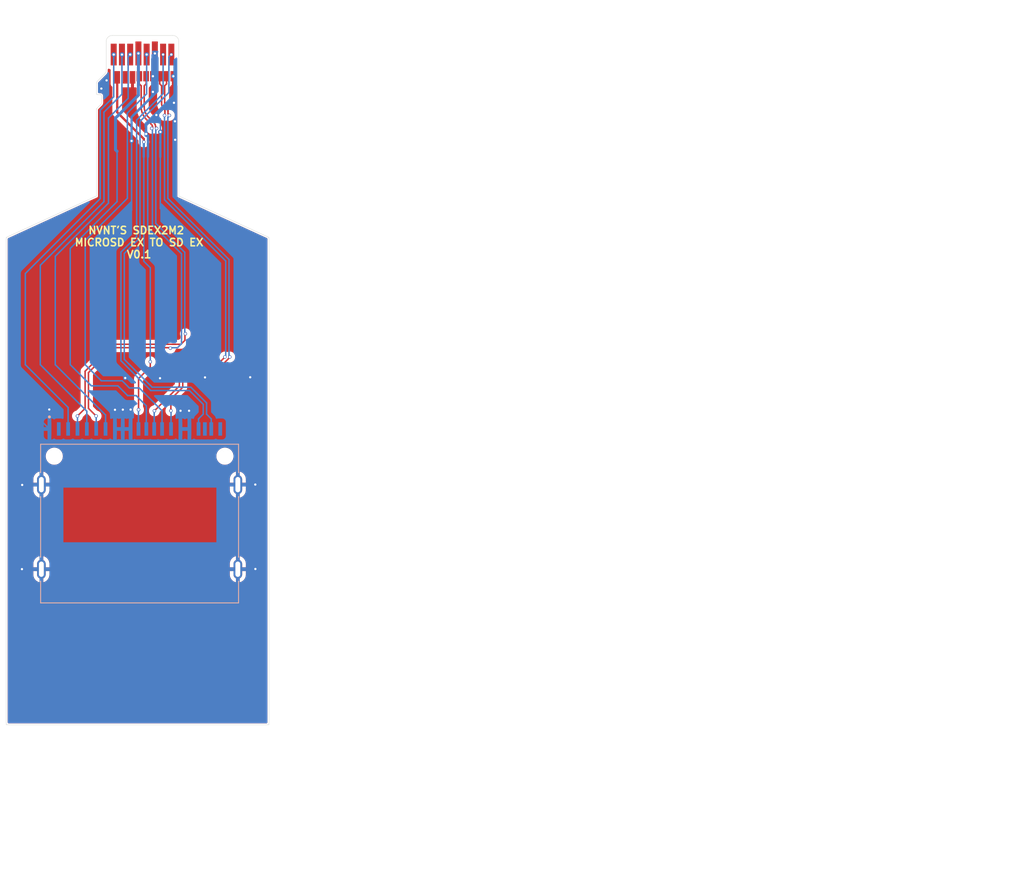
<source format=kicad_pcb>
(kicad_pcb (version 20241229) (generator "pcbnew") (generator_version "9.0")
  (layers (0 "F.Cu" signal) (2 "B.Cu" signal) (13 "F.Paste" user) (15 "B.Paste" user) (5 "F.SilkS" user "F.Silkscreen") (7 "B.SilkS" user "B.Silkscreen") (1 "F.Mask" user) (3 "B.Mask" user) (25 "Edge.Cuts" user))
  (net 0 "")
  (net 1 "/TX+")
  (net 2 "/TX-")
  (net 3 "Net-(J1-3V3)")
  (net 4 "/RX+")
  (net 5 "Net-(J1-1V8)")
  (net 6 "GND")
  (net 7 "/RX-")
  (net 8 "/REFCLK+")
  (net 9 "/REFCLK-")
  (net 10 "/PERST")
  (net 11 "/CLKREQ")
  (net 12 "/CMD")
  (net 13 "/CLK")
  (footprint "m1cha:usdex-male-open_bottom" (layer "F.Cu") (at 141.61 77.96)
    (property "Reference" "J1" (hide yes))
    (property "Value" "SDEX2M2 MicroSD Express to SD Express Adapter")
    (fp_line (start -6.15 6.395685) (end -6.15 7.8) (stroke (width 0.05)) (layer "Edge.Cuts"))
    (fp_line (start -6.15 9.8) (end -6.149999 15) (stroke (width 0.05)) (layer "Edge.Cuts"))
    (fp_line (start -6.05 7.9) (end -5.65 7.9) (stroke (width 0.05)) (layer "Edge.Cuts"))
    (fp_line (start -5.567158 9.217158) (end -6.15 9.8) (stroke (width 0.05)) (layer "Edge.Cuts"))
    (fp_line (start -5.45 8.1) (end -5.45 8.934315) (stroke (width 0.05)) (layer "Edge.Cuts"))
    (fp_line (start -4.967158 5.047158) (end -6.032843 6.112843) (stroke (width 0.05)) (layer "Edge.Cuts"))
    (fp_line (start -4.85 4.764315) (end -4.85 0.8) (stroke (width 0.05)) (layer "Edge.Cuts"))
    (fp_line (start -4.05 0) (end 4.05 0) (stroke (width 0.05)) (layer "Edge.Cuts"))
    (fp_line (start 4.85 0.8) (end 4.85 15) (stroke (width 0.05)) (layer "Edge.Cuts"))
    (fp_arc (start -6.15 6.395685) (mid -6.119552 6.242612) (end -6.032843 6.112843) (stroke (width 0.05)) (layer "Edge.Cuts"))
    (fp_arc (start -6.05 7.9) (mid -6.120711 7.870711) (end -6.15 7.8) (stroke (width 0.05)) (layer "Edge.Cuts"))
    (fp_arc (start -5.65 7.9) (mid -5.508579 7.958579) (end -5.45 8.1) (stroke (width 0.05)) (layer "Edge.Cuts"))
    (fp_arc (start -5.45 8.934315) (mid -5.480448 9.087389) (end -5.567158 9.217158) (stroke (width 0.05)) (layer "Edge.Cuts"))
    (fp_arc (start -4.85 0.8) (mid -4.615685 0.234315) (end -4.05 0) (stroke (width 0.05)) (layer "Edge.Cuts"))
    (fp_arc (start -4.85 4.764315) (mid -4.880448 4.917389) (end -4.967158 5.047158) (stroke (width 0.05)) (layer "Edge.Cuts"))
    (fp_arc (start 4.05 0) (mid 4.615685 0.234315) (end 4.85 0.8) (stroke (width 0.05)) (layer "Edge.Cuts"))
    (pad "1" smd rect (at -3.85 2.55) (size 0.8 2.9) (layers "F.Cu" "F.Mask" "F.Paste") (net 11 "/CLKREQ"))
    (pad "2" smd rect (at -2.75 2.55) (size 0.8 2.9) (layers "F.Cu" "F.Mask" "F.Paste") (net 10 "/PERST"))
    (pad "3" smd rect (at -1.65 2.55) (size 0.8 2.9) (layers "F.Cu" "F.Mask" "F.Paste") (net 12 "/CMD"))
    (pad "4" smd rect (at -0.55 2.4) (size 0.8 3.2) (layers "F.Cu" "F.Mask" "F.Paste") (net 3 "Net-(J1-3V3)"))
    (pad "5" smd rect (at 0.55 2.55) (size 0.8 2.9) (layers "F.Cu" "F.Mask" "F.Paste") (net 13 "/CLK"))
    (pad "6" smd rect (at 1.65 2.4) (size 0.8 3.2) (layers "F.Cu" "F.Mask" "F.Paste") (net 6 "GND"))
    (pad "7" smd rect (at 2.75 2.55) (size 0.8 2.9) (layers "F.Cu" "F.Mask" "F.Paste") (net 8 "/REFCLK+"))
    (pad "8" smd rect (at 3.85 2.55) (size 0.8 2.9) (layers "F.Cu" "F.Mask" "F.Paste") (net 9 "/REFCLK-"))
    (pad "9" smd rect (at -3.38 5.595) (size 0.76 1.67) (layers "F.Cu" "F.Mask" "F.Paste") (net 5 "Net-(J1-1V8)"))
    (pad "10" smd rect (at -1.34 5.595) (size 0.76 1.67) (layers "F.Cu" "F.Mask" "F.Paste") (net 6 "GND"))
    (pad "11" smd rect (at -0.43 5.445) (size 0.76 1.37) (layers "F.Cu" "F.Mask" "F.Paste") (net 1 "/TX+"))
    (pad "12" smd rect (at 0.48 5.445) (size 0.76 1.37) (layers "F.Cu" "F.Mask" "F.Paste") (net 2 "/TX-"))
    (pad "13" smd rect (at 1.39 5.445) (size 0.76 1.37) (layers "F.Cu" "F.Mask" "F.Paste") (net 6 "GND"))
    (pad "14" smd rect (at 2.3 5.445) (size 0.76 1.37) (layers "F.Cu" "F.Mask" "F.Paste") (net 7 "/RX-"))
    (pad "15" smd rect (at 3.21 5.445) (size 0.76 1.37) (layers "F.Cu" "F.Mask" "F.Paste") (net 4 "/RX+"))
    (pad "16" smd rect (at 4.12 5.445) (size 0.76 1.37) (layers "F.Cu" "F.Mask" "F.Paste") (net 6 "GND"))
    (pad "17" smd rect (at -2.25 5.595) (size 0.76 1.67) (layers "F.Cu" "F.Mask" "F.Paste"))
  )
  (footprint "GSD2100407THR:AMPHENOL_GSD2100407THR" (layer "B.Cu") (at 141.22 134.18 180)
    (property "Reference" "J2" (hide yes))
    (property "Value" "GSD2100407THR")
    (fp_line (start 13.225 1.6) (end 13.225 -2.201) (stroke (width 0.127)) (layer "B.SilkS"))
    (fp_line (start 13.225 -13.501) (end 13.225 -5.399) (stroke (width 0.127)) (layer "B.SilkS"))
    (fp_line (start 13.225 -19.6) (end 13.225 -16.699) (stroke (width 0.127)) (layer "B.SilkS"))
    (fp_line (start -13.225 1.6) (end 13.225 1.6) (stroke (width 0.127)) (layer "B.SilkS"))
    (fp_line (start -13.225 -2.201) (end -13.225 1.6) (stroke (width 0.127)) (layer "B.SilkS"))
    (fp_line (start -13.225 -5.399) (end -13.225 -13.501) (stroke (width 0.127)) (layer "B.SilkS"))
    (fp_line (start -13.225 -16.699) (end -13.225 -19.6) (stroke (width 0.127)) (layer "B.SilkS"))
    (fp_line (start -13.225 -19.6) (end 13.225 -19.6) (stroke (width 0.127)) (layer "B.SilkS"))
    (fp_circle (center 12.05 5.25) (end 12.15 5.25) (stroke (width 0.2)) (fill no) (layer "B.SilkS"))
    (pad "" np_thru_hole circle (at -11.4 0 180) (size 1.8 1.8) (drill 1.8) (layers "*.Cu" "*.Mask"))
    (pad "" np_thru_hole circle (at 11.4 0 180) (size 1.8 1.8) (drill 1.8) (layers "*.Cu" "*.Mask"))
    (pad "1" smd rect (at 12.05 3.64 180) (size 0.5 1.8) (layers "B.Cu" "B.Mask" "B.Paste") (net 6 "GND"))
    (pad "2" smd rect (at 10.8 3.64 180) (size 0.5 1.8) (layers "B.Cu" "B.Mask" "B.Paste"))
    (pad "3" smd rect (at 9.55 3.64 180) (size 0.5 1.8) (layers "B.Cu" "B.Mask" "B.Paste") (net 11 "/CLKREQ"))
    (pad "4" smd rect (at 8.3 3.64 180) (size 0.5 1.8) (layers "B.Cu" "B.Mask" "B.Paste") (net 2 "/TX-"))
    (pad "5" smd rect (at 7.05 3.64 180) (size 0.5 1.8) (layers "B.Cu" "B.Mask" "B.Paste") (net 10 "/PERST"))
    (pad "6" smd rect (at 5.8 3.64 180) (size 0.5 1.8) (layers "B.Cu" "B.Mask" "B.Paste") (net 1 "/TX+"))
    (pad "7" smd rect (at 4.55 3.64 180) (size 0.5 1.8) (layers "B.Cu" "B.Mask" "B.Paste") (net 12 "/CMD"))
    (pad "8" smd rect (at 3.3 3.64 180) (size 0.5 1.8) (layers "B.Cu" "B.Mask" "B.Paste") (net 6 "GND"))
    (pad "9" smd rect (at 2.25 3.64 180) (size 0.5 1.8) (layers "B.Cu" "B.Mask" "B.Paste") (net 6 "GND"))
    (pad "10" smd rect (at 1.2 3.64 180) (size 0.5 1.8) (layers "B.Cu" "B.Mask" "B.Paste") (net 6 "GND"))
    (pad "11" smd rect (at 0.15 3.64 180) (size 0.5 1.8) (layers "B.Cu" "B.Mask" "B.Paste") (net 5 "Net-(J1-1V8)"))
    (pad "12" smd rect (at -0.9 3.64 180) (size 0.5 1.8) (layers "B.Cu" "B.Mask" "B.Paste") (net 3 "Net-(J1-3V3)"))
    (pad "13" smd rect (at -1.95 3.64 180) (size 0.5 1.8) (layers "B.Cu" "B.Mask" "B.Paste") (net 7 "/RX-"))
    (pad "14" smd rect (at -3 3.64 180) (size 0.5 1.8) (layers "B.Cu" "B.Mask" "B.Paste") (net 13 "/CLK"))
    (pad "15" smd rect (at -4.2 3.64 180) (size 0.5 1.8) (layers "B.Cu" "B.Mask" "B.Paste") (net 4 "/RX+"))
    (pad "16" smd rect (at -5.45 3.64 180) (size 0.5 1.8) (layers "B.Cu" "B.Mask" "B.Paste") (net 6 "GND"))
    (pad "17" smd rect (at -6.65 3.64 180) (size 0.5 1.8) (layers "B.Cu" "B.Mask" "B.Paste") (net 6 "GND"))
    (pad "18" smd rect (at -7.875 3.64 180) (size 0.5 1.8) (layers "B.Cu" "B.Mask" "B.Paste") (net 8 "/REFCLK+"))
    (pad "19" smd rect (at -8.725 3.64 180) (size 0.5 1.8) (layers "B.Cu" "B.Mask" "B.Paste"))
    (pad "20" smd rect (at -9.575 3.64 180) (size 0.5 1.8) (layers "B.Cu" "B.Mask" "B.Paste") (net 9 "/REFCLK-"))
    (pad "21" smd rect (at -10.775 3.64 180) (size 0.5 1.8) (layers "B.Cu" "B.Mask" "B.Paste"))
    (pad "GND1" thru_hole oval (at -13.125 -3.8 180) (size 1.158 2.558) (drill oval 0.65 2.05) (layers "*.Cu" "*.Mask") (net 6 "GND"))
    (pad "GND2" thru_hole oval (at 13.125 -3.8 180) (size 1.158 2.558) (drill oval 0.65 2.05) (layers "*.Cu" "*.Mask") (net 6 "GND"))
    (pad "GND3" thru_hole oval (at -13.125 -15.1 180) (size 1.158 2.558) (drill oval 0.65 2.05) (layers "*.Cu" "*.Mask") (net 6 "GND"))
    (pad "GND4" thru_hole oval (at 13.125 -15.1 180) (size 1.158 2.558) (drill oval 0.65 2.05) (layers "*.Cu" "*.Mask") (net 6 "GND"))
    (zone (net 0) (net_name "") (layer "B.Cu") (connect_pads (clearance 0)) (min_thickness 0.01)
      (keepout (tracks not_allowed) (vias not_allowed) (pads not_allowed) (copperpour not_allowed) (footprints allowed))
      (fill (thermal_gap 0.508) (thermal_bridge_width 0.508))
      (polygon (pts (xy 151.48 138.38) (xy 131.04 138.38) (xy 131.04 145.68) (xy 151.48 145.68)))
    )
  )
  (gr_line (start 146.46 99.415985) (end 146.46 92.96) (stroke (width 0.05)) (layer "Edge.Cuts"))
  (gr_line (start 123.4 170.07) (end 158.5 170.07) (stroke (width 0.05)) (layer "Edge.Cuts"))
  (gr_line (start 158.5 104.95) (end 158.5 170.07) (stroke (width 0.05)) (layer "Edge.Cuts"))
  (gr_line (start 123.402514 104.95) (end 135.46 99.415985) (stroke (width 0.05)) (layer "Edge.Cuts"))
  (gr_line (start 146.46 99.415985) (end 158.5 104.95) (stroke (width 0.05)) (layer "Edge.Cuts"))
  (gr_line (start 123.402514 104.95) (end 123.4 170.07) (stroke (width 0.05)) (layer "Edge.Cuts"))
  (gr_line (start 135.46 92.96) (end 135.46 99.415985) (stroke (width 0.05)) (layer "Edge.Cuts"))
  (gr_text "NVNT'S SDEX2M2 \nMICROSD EX TO SD EX\nV0.1" (at 141.15 107.81 0) (layer "F.SilkS") (effects (font (size 1 1) (thickness 0.2) (bold yes)) (justify bottom)))
  (segment (start 134.38831 123.009888) (end 137.723198 119.675) (width 0.2) (layer "F.Cu") (net 1))
  (segment (start 142.809336 89.858142) (end 142.136197 89.185003) (width 0.205232) (layer "F.Cu") (net 1))
  (segment (start 134.38831 127.78831) (end 134.38831 123.009888) (width 0.2) (layer "F.Cu") (net 1))
  (segment (start 135.41 128.81) (end 134.38831 127.78831) (width 0.2) (layer "F.Cu") (net 1))
  (segment (start 141.18 84.432501) (end 141.18 83.405) (width 0.205232) (layer "F.Cu") (net 1))
  (segment (start 142.955783 90.257617) (end 142.955783 90.211696) (width 0.205232) (layer "F.Cu") (net 1))
  (segment (start 145.255 119.675) (end 145.33 119.75) (width 0.2) (layer "F.Cu") (net 1))
  (segment (start 137.723198 119.675) (end 145.255 119.675) (width 0.2) (layer "F.Cu") (net 1))
  (segment (start 141.430784 84.683285) (end 141.18 84.432501) (width 0.205232) (layer "F.Cu") (net 1))
  (segment (start 142.8334 90.38) (end 142.955783 90.257617) (width 0.205232) (layer "F.Cu") (net 1))
  (segment (start 141.430784 87.481985) (end 141.430784 84.683285) (width 0.205232) (layer "F.Cu") (net 1))
  (via (at 135.41 128.81) (size 0.45) (drill 0.3) (layers "F.Cu" "B.Cu") (net 1))
  (via (at 145.33 119.75) (size 0.45) (drill 0.3) (layers "F.Cu" "B.Cu") (net 1))
  (via (at 142.8334 90.38) (size 0.45) (drill 0.3) (layers "F.Cu" "B.Cu") (net 1))
  (arc (start 142.955783 90.211696) (mid 142.917723 90.020354) (end 142.809336 89.858142) (width 0.205232) (layer "F.Cu") (net 1))
  (arc (start 141.430784 87.481985) (mid 141.614115 88.403652) (end 142.136197 89.185003) (width 0.205232) (layer "F.Cu") (net 1))
  (segment (start 146.288521 119.68) (end 146.82 119.148521) (width 0.2) (layer "B.Cu") (net 1))
  (segment (start 135.42 130.54) (end 135.42 128.82) (width 0.2) (layer "B.Cu") (net 1))
  (segment (start 145.4 119.68) (end 146.288521 119.68) (width 0.2) (layer "B.Cu") (net 1))
  (segment (start 146.82 107.138198) (end 142.932384 103.250582) (width 0.2) (layer "B.Cu") (net 1))
  (segment (start 146.82 119.148521) (end 146.82 107.138198) (width 0.2) (layer "B.Cu") (net 1))
  (segment (start 142.932384 103.250582) (end 142.932384 90.478984) (width 0.2) (layer "B.Cu") (net 1))
  (segment (start 142.932384 90.478984) (end 142.8334 90.38) (width 0.2) (layer "B.Cu") (net 1))
  (segment (start 145.33 119.75) (end 145.4 119.68) (width 0.2) (layer "B.Cu") (net 1))
  (segment (start 135.42 128.82) (end 135.41 128.81) (width 0.2) (layer "B.Cu") (net 1))
  (segment (start 143.4866 90.38) (end 143.364217 90.257617) (width 0.205232) (layer "F.Cu") (net 2))
  (segment (start 143.364217 90.257617) (end 143.364217 90.211696) (width 0.205232) (layer "F.Cu") (net 2))
  (segment (start 137.536802 119.225) (end 146.745 119.225) (width 0.2) (layer "F.Cu") (net 2))
  (segment (start 132.914892 128.811727) (end 133.938308 127.78831) (width 0.2) (layer "F.Cu") (net 2))
  (segment (start 142.09 84.432501) (end 142.09 83.405) (width 0.205232) (layer "F.Cu") (net 2))
  (segment (start 141.839216 87.481983) (end 141.839216 84.683285) (width 0.205232) (layer "F.Cu") (net 2))
  (segment (start 143.098143 89.569337) (end 142.425002 88.896196) (width 0.205232) (layer "F.Cu") (net 2))
  (segment (start 147.28 118.69) (end 147.28 117.879991) (width 0.2) (layer "F.Cu") (net 2))
  (segment (start 146.745 119.225) (end 147.28 118.69) (width 0.2) (layer "F.Cu") (net 2))
  (segment (start 141.839216 84.683285) (end 142.09 84.432501) (width 0.205232) (layer "F.Cu") (net 2))
  (segment (start 133.938308 122.823494) (end 137.536802 119.225) (width 0.2) (layer "F.Cu") (net 2))
  (segment (start 133.938308 127.78831) (end 133.938308 122.823494) (width 0.2) (layer "F.Cu") (net 2))
  (segment (start 147.28 117.879991) (end 147.340446 117.819545) (width 0.2) (layer "F.Cu") (net 2))
  (via (at 132.914892 128.811727) (size 0.45) (drill 0.3) (layers "F.Cu" "B.Cu") (net 2))
  (via (at 143.4866 90.38) (size 0.45) (drill 0.3) (layers "F.Cu" "B.Cu") (net 2))
  (via (at 147.340446 117.819545) (size 0.45) (drill 0.3) (layers "F.Cu" "B.Cu") (net 2))
  (arc (start 142.425002 88.896196) (mid 141.991457 88.24735) (end 141.839216 87.481983) (width 0.205232) (layer "F.Cu") (net 2))
  (arc (start 143.098143 89.569337) (mid 143.295067 89.864054) (end 143.364217 90.211696) (width 0.205232) (layer "F.Cu") (net 2))
  (segment (start 147.26 117.739099) (end 147.340446 117.819545) (width 0.2) (layer "B.Cu") (net 2))
  (segment (start 143.387616 103.069418) (end 147.199554 106.881356) (width 0.2) (layer "B.Cu") (net 2))
  (segment (start 132.92 128.816835) (end 132.914892 128.811727) (width 0.2) (layer "B.Cu") (net 2))
  (segment (start 143.4866 90.38) (end 143.387616 90.478984) (width 0.2) (layer "B.Cu") (net 2))
  (segment (start 147.340446 117.819545) (end 147.340446 117.891447) (width 0.2) (layer "B.Cu") (net 2))
  (segment (start 143.387616 90.478984) (end 143.387616 103.069418) (width 0.2) (layer "B.Cu") (net 2))
  (segment (start 147.199554 106.881356) (end 147.26 106.941802) (width 0.2) (layer "B.Cu") (net 2))
  (segment (start 147.26 106.941802) (end 147.26 117.739099) (width 0.2) (layer "B.Cu") (net 2))
  (segment (start 132.92 130.54) (end 132.92 128.816835) (width 0.2) (layer "B.Cu") (net 2))
  (via (at 141.06 80.36) (size 0.6) (drill 0.3) (layers "F.Cu" "B.Cu") (net 3))
  (segment (start 131.95 121.95) (end 134.73 124.73) (width 0.2) (layer "B.Cu") (net 3))
  (segment (start 138 93.23) (end 138.21 93.44) (width 0.4) (layer "B.Cu") (net 3))
  (segment (start 138 89) (end 138 93.23) (width 0.4) (layer "B.Cu") (net 3))
  (segment (start 140.75 126.08) (end 142.12 127.45) (width 0.2) (layer "B.Cu") (net 3))
  (segment (start 141.06 80.36) (end 141.06 85.94) (width 0.4) (layer "B.Cu") (net 3))
  (segment (start 142.12 127.45) (end 142.12 130.54) (width 0.2) (layer "B.Cu") (net 3))
  (segment (start 138.21 100.16) (end 131.95 106.42) (width 0.2) (layer "B.Cu") (net 3))
  (segment (start 131.95 106.42) (end 131.95 121.95) (width 0.2) (layer "B.Cu") (net 3))
  (segment (start 138.21 93.44) (end 138.21 100.16) (width 0.2) (layer "B.Cu") (net 3))
  (segment (start 138.32 124.78) (end 139.62 126.08) (width 0.2) (layer "B.Cu") (net 3))
  (segment (start 141.06 85.94) (end 138 89) (width 0.4) (layer "B.Cu") (net 3))
  (segment (start 134.78 124.78) (end 138.32 124.78) (width 0.2) (layer "B.Cu") (net 3))
  (segment (start 139.62 126.08) (end 140.75 126.08) (width 0.2) (layer "B.Cu") (net 3))
  (segment (start 134.73 124.73) (end 134.78 124.78) (width 0.2) (layer "B.Cu") (net 3))
  (segment (start 145.2032 88.64) (end 145.053616 88.490416) (width 0.205232) (layer "F.Cu") (net 4))
  (segment (start 145.014217 88.391996) (end 145.014217 88.071696) (width 0.205232) (layer "F.Cu") (net 4))
  (segment (start 145.014217 88.071696) (end 145.012437 87.982399) (width 0.205232) (layer "F.Cu") (net 4))
  (segment (start 144.569216 87.043303) (end 144.569216 84.683285) (width 0.205232) (layer "F.Cu") (net 4))
  (segment (start 144.570679 87.108936) (end 144.569216 87.043303) (width 0.205232) (layer "F.Cu") (net 4))
  (segment (start 146.985 123.069069) (end 147.409069 122.645) (width 0.2) (layer "F.Cu") (net 4))
  (segment (start 145.4 128.11) (end 145.4 126.556397) (width 0.2) (layer "F.Cu") (net 4))
  (segment (start 153.27 120.975321) (end 153.27 120.92) (width 0.2) (layer "F.Cu") (net 4))
  (segment (start 145.4 126.556397) (end 146.985 124.971397) (width 0.2) (layer "F.Cu") (net 4))
  (segment (start 144.569216 84.683285) (end 144.82 84.432501) (width 0.205232) (layer "F.Cu") (net 4))
  (segment (start 147.409069 122.645) (end 151.600321 122.645) (width 0.2) (layer "F.Cu") (net 4))
  (segment (start 146.985 124.971397) (end 146.985 123.069069) (width 0.2) (layer "F.Cu") (net 4))
  (segment (start 144.748143 87.429337) (end 144.715662 87.396856) (width 0.205232) (layer "F.Cu") (net 4))
  (segment (start 144.82 84.432501) (end 144.82 83.405) (width 0.205232) (layer "F.Cu") (net 4))
  (segment (start 145.012437 87.982399) (end 144.977593 87.807236) (width 0.205232) (layer "F.Cu") (net 4))
  (segment (start 144.604655 87.23573) (end 144.570679 87.108936) (width 0.205232) (layer "F.Cu") (net 4))
  (segment (start 144.977593 87.807236) (end 144.909247 87.642237) (width 0.205232) (layer "F.Cu") (net 4))
  (segment (start 145.053616 88.431395) (end 145.014217 88.391996) (width 0.205232) (layer "F.Cu") (net 4))
  (segment (start 151.600321 122.645) (end 153.27 120.975321) (width 0.2) (layer "F.Cu") (net 4))
  (segment (start 144.67029 87.349408) (end 144.604655 87.23573) (width 0.205232) (layer "F.Cu") (net 4))
  (segment (start 144.715662 87.396856) (end 144.67029 87.349408) (width 0.205232) (layer "F.Cu") (net 4))
  (segment (start 144.810023 87.493743) (end 144.748143 87.429337) (width 0.205232) (layer "F.Cu") (net 4))
  (segment (start 145.053616 88.490416) (end 145.053616 88.431395) (width 0.205232) (layer "F.Cu") (net 4))
  (segment (start 144.909247 87.642237) (end 144.810023 87.493743) (width 0.205232) (layer "F.Cu") (net 4))
  (via (at 145.2032 88.64) (size 0.45) (drill 0.3) (layers "F.Cu" "B.Cu") (net 4))
  (via (at 153.27 120.92) (size 0.45) (drill 0.3) (layers "F.Cu" "B.Cu") (net 4))
  (via (at 145.4 128.11) (size 0.45) (drill 0.3) (layers "F.Cu" "B.Cu") (net 4))
  (segment (start 145.051 88.847521) (end 145.000001 88.89852) (width 0.2) (layer "B.Cu") (net 4))
  (segment (start 145.000001 88.89852) (end 145.000001 99.731803) (width 0.2) (layer "B.Cu") (net 4))
  (segment (start 145.42 130.54) (end 145.42 128.13) (width 0.2) (layer "B.Cu") (net 4))
  (segment (start 145.000001 99.731803) (end 153.168401 107.900203) (width 0.2) (layer "B.Cu") (net 4))
  (segment (start 153.168401 120.818401) (end 153.27 120.92) (width 0.2) (layer "B.Cu") (net 4))
  (segment (start 145.2032 88.64) (end 145.051 88.7922) (width 0.2) (layer "B.Cu") (net 4))
  (segment (start 145.42 128.13) (end 145.4 128.11) (width 0.2) (layer "B.Cu") (net 4))
  (segment (start 145.051 88.7922) (end 145.051 88.847521) (width 0.2) (layer "B.Cu") (net 4))
  (segment (start 153.168401 107.900203) (end 153.168401 120.818401) (width 0.2) (layer "B.Cu") (net 4))
  (segment (start 142.65 121.56) (end 142.65 122.24) (width 0.2) (layer "F.Cu") (net 5))
  (segment (start 142.65 122.24) (end 141.08 123.81) (width 0.2) (layer "F.Cu") (net 5))
  (segment (start 141.785 91.785) (end 138.23 88.23) (width 0.3) (layer "F.Cu") (net 5))
  (segment (start 138.23 88.23) (end 138.23 83.555) (width 0.3) (layer "F.Cu") (net 5))
  (segment (start 141.785 92.19) (end 141.785 91.785) (width 0.3) (layer "F.Cu") (net 5))
  (segment (start 141.08 123.81) (end 141.08 127.97) (width 0.2) (layer "F.Cu") (net 5))
  (via (at 141.785 92.19) (size 0.45) (drill 0.3) (layers "F.Cu" "B.Cu") (net 5))
  (via (at 141.08 127.97) (size 0.45) (drill 0.3) (layers "F.Cu" "B.Cu") (net 5))
  (via (at 142.65 121.56) (size 0.45) (drill 0.3) (layers "F.Cu" "B.Cu") (net 5))
  (segment (start 142.65 109) (end 141.785 108.135) (width 0.2) (layer "B.Cu") (net 5))
  (segment (start 141.07 130.54) (end 141.07 127.98) (width 0.2) (layer "B.Cu") (net 5))
  (segment (start 141.785 92.19) (end 141.785 94.185) (width 0.3) (layer "B.Cu") (net 5))
  (segment (start 141.07 127.98) (end 141.08 127.97) (width 0.2) (layer "B.Cu") (net 5))
  (segment (start 142.65 121.56) (end 142.65 109) (width 0.2) (layer "B.Cu") (net 5))
  (segment (start 141.07 130.54) (end 141.07 131.19) (width 0.2) (layer "B.Cu") (net 5))
  (segment (start 141.785 108.135) (end 141.785 94.185) (width 0.2) (layer "B.Cu") (net 5))
  (segment (start 140.27 83.555) (end 140.27 85.52) (width 0.4) (layer "F.Cu") (net 6))
  (segment (start 143 83.4025) (end 143 85.3375) (width 0.4) (layer "F.Cu") (net 6))
  (segment (start 145.73 83.405) (end 145.73 84.91) (width 0.4) (layer "F.Cu") (net 6))
  (via (at 136.81 83.96) (size 0.6) (drill 0.3) (layers "F.Cu" "B.Cu") (net 6))
  (via (at 142.1 91.12) (size 0.45) (drill 0.3) (layers "F.Cu" "B.Cu") (net 6))
  (via (at 156.69 149.25) (size 0.6) (drill 0.3) (layers "F.Cu" "B.Cu") (net 6))
  (via (at 129.15 127.94) (size 0.6) (drill 0.3) (layers "F.Cu" "B.Cu") (net 6))
  (via (at 156.68 137.97) (size 0.6) (drill 0.3) (layers "F.Cu" "B.Cu") (net 6))
  (via (at 143 85.5) (size 0.6) (drill 0.3) (layers "F.Cu" "B.Cu") (net 6))
  (via (at 145.94 89.43) (size 0.45) (drill 0.3) (layers "F.Cu" "B.Cu") (net 6))
  (via (at 143.46 88.59) (size 0.45) (drill 0.3) (layers "F.Cu" "B.Cu") (net 6))
  (via (at 136.11 85.06) (size 0.6) (drill 0.3) (layers "F.Cu" "B.Cu") (net 6))
  (via (at 139.3 123.73) (size 0.6) (drill 0.3) (layers "F.Cu" "B.Cu") (net 6))
  (via (at 145.81 86.96) (size 0.45) (drill 0.3) (layers "F.Cu" "B.Cu") (net 6))
  (via (at 146.69 128.11) (size 0.6) (drill 0.3) (layers "F.Cu" "B.Cu") (net 6))
  (via (at 156 123.63) (size 0.6) (drill 0.3) (layers "F.Cu" "B.Cu") (net 6))
  (via (at 143 83.405) (size 0.6) (drill 0.3) (layers "F.Cu" "B.Cu") (net 6))
  (via (at 143.95 123.76) (size 0.6) (drill 0.3) (layers "F.Cu" "B.Cu") (net 6))
  (via (at 144.002007 90.853667) (size 0.6) (drill 0.3) (layers "F.Cu" "B.Cu") (net 6))
  (via (at 143.26 80.36) (size 0.6) (drill 0.3) (layers "F.Cu" "B.Cu") (net 6))
  (via (at 149.96 123.65) (size 0.6) (drill 0.3) (layers "F.Cu" "B.Cu") (net 6))
  (via (at 147.83 128.11) (size 0.6) (drill 0.3) (layers "F.Cu" "B.Cu") (net 6))
  (via (at 125.53 138.02) (size 0.6) (drill 0.3) (layers "F.Cu" "B.Cu") (net 6))
  (via (at 140.02 127.95) (size 0.6) (drill 0.3) (layers "F.Cu" "B.Cu") (net 6))
  (via (at 125.5 149.27) (size 0.6) (drill 0.3) (layers "F.Cu" "B.Cu") (net 6))
  (via (at 137.93 127.98) (size 0.6) (drill 0.3) (layers "F.Cu" "B.Cu") (net 6))
  (via (at 145.73 83.405) (size 0.6) (drill 0.3) (layers "F.Cu" "B.Cu") (net 6))
  (via (at 138.98 127.96) (size 0.6) (drill 0.3) (layers "F.Cu" "B.Cu") (net 6))
  (via (at 145.97 91.9) (size 0.45) (drill 0.3) (layers "F.Cu" "B.Cu") (net 6))
  (via (at 140.15 92.05) (size 0.6) (drill 0.3) (layers "F.Cu" "B.Cu") (net 6))
  (segment (start 128.095 137.98) (end 125.57 137.98) (width 0.2) (layer "B.Cu") (net 6))
  (segment (start 143.95 105.55) (end 143.95 123.74) (width 0.2) (layer "B.Cu") (net 6))
  (segment (start 149.95 107.05) (end 149.95 123.64) (width 0.2) (layer "B.Cu") (net 6))
  (segment (start 143.46 88.59) (end 144.002007 89.132007) (width 0.2) (layer "B.Cu") (net 6))
  (segment (start 143.37 88.59) (end 143.46 88.59) (width 0.2) (layer "B.Cu") (net 6))
  (segment (start 142.335 94.185) (end 142.31 94.21) (width 0.2) (layer "B.Cu") (net 6))
  (segment (start 128.26 129.63) (end 128.26 128.83) (width 0.2) (layer "B.Cu") (net 6))
  (segment (start 129.17 130.54) (end 128.26 129.63) (width 0.2) (layer "B.Cu") (net 6))
  (segment (start 140.15 101.3) (end 140.15 92.05) (width 0.2) (layer "B.Cu") (net 6))
  (segment (start 146.67 128.13) (end 146.69 128.11) (width 0.2) (layer "B.Cu") (net 6))
  (segment (start 146.67 130.54) (end 146.67 128.13) (width 0.2) (layer "B.Cu") (net 6))
  (segment (start 143 84.5) (end 143 85.34) (width 0.4) (layer "B.Cu") (net 6))
  (segment (start 142.335 94.185) (end 142.335 91.355) (width 0.3) (layer "B.Cu") (net 6))
  (segment (start 143.985 94.185) (end 143.985 92.285) (width 0.3) (layer "B.Cu") (net 6))
  (segment (start 143.985 101.085) (end 149.95 107.05) (width 0.2) (layer "B.Cu") (net 6))
  (segment (start 138.97 127.97) (end 138.98 127.96) (width 0.2) (layer "B.Cu") (net 6))
  (segment (start 143.985 92.285) (end 143.99 92.28) (width 0.3) (layer "B.Cu") (net 6))
  (segment (start 142.1 91.12) (end 142.1 89.95) (width 0.3) (layer "B.Cu") (net 6))
  (segment (start 135.95 105.5) (end 140.15 101.3) (width 0.2) (layer "B.Cu") (net 6))
  (segment (start 156.67 137.98) (end 156.68 137.97) (width 0.2) (layer "B.Cu") (net 6))
  (segment (start 128.26 128.83) (end 129.15 127.94) (width 0.2) (layer "B.Cu") (net 6))
  (segment (start 144.002007 89.132007) (end 144.002007 90.853667) (width 0.2) (layer "B.Cu") (net 6))
  (segment (start 143.33 88.63) (end 143.37 88.59) (width 0.2) (layer "B.Cu") (net 6))
  (segment (start 125.51 149.28) (end 125.5 149.27) (width 0.2) (layer "B.Cu") (net 6))
  (segment (start 143.99 90.865674) (end 144.002007 90.853667) (width 0.3) (layer "B.Cu") (net 6))
  (segment (start 140.15 88.86) (end 140.4 88.61) (width 0.3) (layer "B.Cu") (net 6))
  (segment (start 142.335 91.355) (end 142.1 91.12) (width 0.3) (layer "B.Cu") (net 6))
  (segment (start 139.3 123.73) (end 135.95 120.38) (width 0.2) (layer "B.Cu") (net 6))
  (segment (start 135.95 120.38) (end 135.95 105.5) (width 0.2) (layer "B.Cu") (net 6))
  (segment (start 147.87 128.15) (end 147.83 128.11) (width 0.2) (layer "B.Cu") (net 6))
  (segment (start 142.31 94.21) (end 142.31 103.91) (width 0.2) (layer "B.Cu") (net 6))
  (segment (start 154.345 137.98) (end 156.67 137.98) (width 0.2) (layer "B.Cu") (net 6))
  (segment (start 145.09 86.96) (end 143.46 88.59) (width 0.4) (layer "B.Cu") (net 6))
  (segment (start 143 80.62) (end 143.26 80.36) (width 0.4) (layer "B.Cu") (net 6))
  (segment (start 143.99 92.28) (end 143.99 90.865674) (width 0.3) (layer "B.Cu") (net 6))
  (segment (start 128.095 149.28) (end 125.51 149.28) (width 0.2) (layer "B.Cu") (net 6))
  (segment (start 138.97 130.54) (end 138.97 127.97) (width 0.2) (layer "B.Cu") (net 6))
  (segment (start 143 84.5) (end 143 80.62) (width 0.4) (layer "B.Cu") (net 6))
  (segment (start 145.71 99.51) (end 145.71 92.1) (width 0.2) (layer "B.Cu") (net 6))
  (segment (start 142.31 103.91) (end 143.95 105.55) (width 0.2) (layer "B.Cu") (net 6))
  (segment (start 156 123.63) (end 156 109.8) (width 0.2) (layer "B.Cu") (net 6))
  (segment (start 125.57 137.98) (end 125.53 138.02) (width 0.2) (layer "B.Cu") (net 6))
  (segment (start 140.135 92.065) (end 140.15 92.05) (width 0.3) (layer "B.Cu") (net 6))
  (segment (start 142.1 89.95) (end 143.46 88.59) (width 0.3) (layer "B.Cu") (net 6))
  (segment (start 149.95 123.64) (end 149.96 123.65) (width 0.2) (layer "B.Cu") (net 6))
  (segment (start 145.81 86.96) (end 145.09 86.96) (width 0.4) (layer "B.Cu") (net 6))
  (segment (start 137.92 130.54) (end 137.92 127.99) (width 0.2) (layer "B.Cu") (net 6))
  (segment (start 143.985 94.185) (end 143.985 101.085) (width 0.2) (layer "B.Cu") (net 6))
  (segment (start 147.87 130.54) (end 147.87 128.15) (width 0.2) (layer "B.Cu") (net 6))
  (segment (start 145.91 91.9) (end 145.97 91.9) (width 0.2) (layer "B.Cu") (net 6))
  (segment (start 154.345 149.28) (end 156.66 149.28) (width 0.2) (layer "B.Cu") (net 6))
  (segment (start 140.15 92.05) (end 140.15 88.86) (width 0.3) (layer "B.Cu") (net 6))
  (segment (start 140.02 130.54) (end 140.02 127.95) (width 0.2) (layer "B.Cu") (net 6))
  (segment (start 156 109.8) (end 145.71 99.51) (width 0.2) (layer "B.Cu") (net 6))
  (segment (start 156.66 149.28) (end 156.69 149.25) (width 0.2) (layer "B.Cu") (net 6))
  (segment (start 137.92 127.99) (end 137.93 127.98) (width 0.2) (layer "B.Cu") (net 6))
  (segment (start 143 83.405) (end 143 84.5) (width 0.4) (layer "B.Cu") (net 6))
  (segment (start 151.358603 122.195) (end 152.6168 120.936803) (width 0.2) (layer "F.Cu") (net 7))
  (segment (start 143.91 84.432501) (end 143.91 83.405) (width 0.205232) (layer "F.Cu") (net 7))
  (segment (start 144.605783 88.517617) (end 144.605783 88.071696) (width 0.205232) (layer "F.Cu") (net 7))
  (segment (start 144.160784 84.683285) (end 143.91 84.432501) (width 0.205232) (layer "F.Cu") (net 7))
  (segment (start 146.535 122.882673) (end 147.222673 122.195) (width 0.2) (layer "F.Cu") (net 7))
  (segment (start 143.2 128.12) (end 146.535 124.785) (width 0.2) (layer "F.Cu") (net 7))
  (segment (start 144.459336 87.718142) (end 144.426857 87.685663) (width 0.205232) (layer "F.Cu") (net 7))
  (segment (start 146.535 124.785) (end 146.535 122.882673) (width 0.2) (layer "F.Cu") (net 7))
  (segment (start 147.222673 122.195) (end 151.358603 122.195) (width 0.2) (layer "F.Cu") (net 7))
  (segment (start 144.4834 88.64) (end 144.605783 88.517617) (width 0.205232) (layer "F.Cu") (net 7))
  (segment (start 144.160784 87.043305) (end 144.160784 84.683285) (width 0.205232) (layer "F.Cu") (net 7))
  (segment (start 152.6168 120.936803) (end 152.6168 120.92) (width 0.2) (layer "F.Cu") (net 7))
  (via (at 143.2 128.12) (size 0.45) (drill 0.3) (layers "F.Cu" "B.Cu") (net 7))
  (via (at 144.55 88.64) (size 0.45) (drill 0.3) (layers "F.Cu" "B.Cu") (net 7))
  (via (at 152.6168 120.92) (size 0.45) (drill 0.3) (layers "F.Cu" "B.Cu") (net 7))
  (arc (start 144.605783 88.071696) (mid 144.567723 87.880354) (end 144.459336 87.718142) (width 0.205232) (layer "F.Cu") (net 7))
  (arc (start 144.426857 87.685663) (mid 144.229934 87.390947) (end 144.160784 87.043305) (width 0.205232) (layer "F.Cu") (net 7))
  (segment (start 144.55 91.084906) (end 144.55 99.918198) (width 0.2) (layer "B.Cu") (net 7))
  (segment (start 144.553007 90.625435) (end 144.553007 91.081899) (width 0.2) (layer "B.Cu") (net 7))
  (segment (start 143.17 130.54) (end 143.17 128.15) (width 0.2) (layer "B.Cu") (net 7))
  (segment (start 144.55 88.64) (end 144.55 90.622428) (width 0.2) (layer "B.Cu") (net 7))
  (segment (start 152.724999 120.811801) (end 152.6168 120.92) (width 0.2) (layer "B.Cu") (net 7))
  (segment (start 143.17 128.15) (end 143.2 128.12) (width 0.2) (layer "B.Cu") (net 7))
  (segment (start 144.55 99.918198) (end 152.724999 108.093197) (width 0.2) (layer "B.Cu") (net 7))
  (segment (start 144.553007 91.081899) (end 144.55 91.084906) (width 0.2) (layer "B.Cu") (net 7))
  (segment (start 152.724999 108.093197) (end 152.724999 120.811801) (width 0.2) (layer "B.Cu") (net 7))
  (segment (start 144.55 90.622428) (end 144.553007 90.625435) (width 0.2) (layer "B.Cu") (net 7))
  (via (at 144.36 80.51) (size 0.45) (drill 0.3) (layers "F.Cu" "B.Cu") (net 8))
  (segment (start 144.36 80.51) (end 144.36 85.721802) (width 0.2) (layer "B.Cu") (net 8))
  (segment (start 142.706802 125.405) (end 147.876802 125.405) (width 0.2) (layer "B.Cu") (net 8))
  (segment (start 149.72 128.564999) (end 149.095 129.189999) (width 0.2) (layer "B.Cu") (net 8))
  (segment (start 140.825 89.256802) (end 140.825 104.806802) (width 0.2) (layer "B.Cu") (net 8))
  (segment (start 140.825 104.806802) (end 138.724999 106.906803) (width 0.2) (layer "B.Cu") (net 8))
  (segment (start 147.876802 125.405) (end 149.72 127.248198) (width 0.2) (layer "B.Cu") (net 8))
  (segment (start 138.724999 106.906803) (end 138.724999 121.423197) (width 0.2) (layer "B.Cu") (net 8))
  (segment (start 144.36 85.721802) (end 140.825 89.256802) (width 0.2) (layer "B.Cu") (net 8))
  (segment (start 149.72 127.248198) (end 149.72 128.564999) (width 0.2) (layer "B.Cu") (net 8))
  (segment (start 138.724999 121.423197) (end 142.706802 125.405) (width 0.2) (layer "B.Cu") (net 8))
  (segment (start 149.095 129.189999) (end 149.095 130.54) (width 0.2) (layer "B.Cu") (net 8))
  (via (at 145.46 80.51) (size 0.45) (drill 0.3) (layers "F.Cu" "B.Cu") (net 9))
  (segment (start 150.795 129.189999) (end 150.795 130.54) (width 0.2) (layer "B.Cu") (net 9))
  (segment (start 141.275 89.443198) (end 141.275 104.993198) (width 0.2) (layer "B.Cu") (net 9))
  (segment (start 145.135001 80.834999) (end 145.135001 85.583197) (width 0.2) (layer "B.Cu") (net 9))
  (segment (start 145.46 80.51) (end 145.135001 80.834999) (width 0.2) (layer "B.Cu") (net 9))
  (segment (start 150.17 127.061802) (end 150.17 128.564999) (width 0.2) (layer "B.Cu") (net 9))
  (segment (start 141.275 104.993198) (end 139.175001 107.093197) (width 0.2) (layer "B.Cu") (net 9))
  (segment (start 139.175001 121.236803) (end 142.893198 124.955) (width 0.2) (layer "B.Cu") (net 9))
  (segment (start 139.175001 107.093197) (end 139.175001 121.236803) (width 0.2) (layer "B.Cu") (net 9))
  (segment (start 150.17 128.564999) (end 150.795 129.189999) (width 0.2) (layer "B.Cu") (net 9))
  (segment (start 148.063198 124.955) (end 150.17 127.061802) (width 0.2) (layer "B.Cu") (net 9))
  (segment (start 145.135001 85.583197) (end 141.275 89.443198) (width 0.2) (layer "B.Cu") (net 9))
  (segment (start 142.893198 124.955) (end 148.063198 124.955) (width 0.2) (layer "B.Cu") (net 9))
  (via (at 138.86 80.51) (size 0.6) (drill 0.3) (layers "F.Cu" "B.Cu") (net 10))
  (segment (start 127.95 108.67) (end 127.95 121.95) (width 0.2) (layer "B.Cu") (net 10))
  (segment (start 138.86 85.81) (end 136.46 88.21) (width 0.2) (layer "B.Cu") (net 10))
  (segment (start 134.17 128.17) (end 127.95 121.95) (width 0.2) (layer "B.Cu") (net 10))
  (segment (start 138.86 80.51) (end 138.86 85.81) (width 0.2) (layer "B.Cu") (net 10))
  (segment (start 134.17 130.54) (end 134.17 128.17) (width 0.2) (layer "B.Cu") (net 10))
  (segment (start 136.46 100.16) (end 127.95 108.67) (width 0.2) (layer "B.Cu") (net 10))
  (segment (start 136.46 88.21) (end 136.46 100.16) (width 0.2) (layer "B.Cu") (net 10))
  (via (at 137.76 80.51) (size 0.6) (drill 0.3) (layers "F.Cu" "B.Cu") (net 11))
  (segment (start 131.67 130.54) (end 131.67 127.67) (width 0.2) (layer "B.Cu") (net 11))
  (segment (start 137.76 86.15) (end 135.96 87.95) (width 0.2) (layer "B.Cu") (net 11))
  (segment (start 135.96 99.76) (end 125.95 109.77) (width 0.2) (layer "B.Cu") (net 11))
  (segment (start 131.67 127.67) (end 125.95 121.95) (width 0.2) (layer "B.Cu") (net 11))
  (segment (start 135.96 87.95) (end 135.96 99.76) (width 0.2) (layer "B.Cu") (net 11))
  (segment (start 125.95 109.77) (end 125.95 121.95) (width 0.2) (layer "B.Cu") (net 11))
  (segment (start 137.76 80.51) (end 137.76 86.15) (width 0.2) (layer "B.Cu") (net 11))
  (via (at 139.96 80.51) (size 0.6) (drill 0.3) (layers "F.Cu" "B.Cu") (net 12))
  (segment (start 137.06 88.99) (end 139.69 86.36) (width 0.2) (layer "B.Cu") (net 12))
  (segment (start 129.95 121.95) (end 129.95 108.85) (width 0.2) (layer "B.Cu") (net 12))
  (segment (start 136.67 130.54) (end 136.67 128.67) (width 0.2) (layer "B.Cu") (net 12))
  (segment (start 139.69 80.78) (end 139.96 80.51) (width 0.2) (layer "B.Cu") (net 12))
  (segment (start 129.96 108.84) (end 129.96 107.46) (width 0.2) (layer "B.Cu") (net 12))
  (segment (start 129.95 108.85) (end 129.96 108.84) (width 0.2) (layer "B.Cu") (net 12))
  (segment (start 129.96 107.46) (end 137.06 100.36) (width 0.2) (layer "B.Cu") (net 12))
  (segment (start 136.67 128.67) (end 129.95 121.95) (width 0.2) (layer "B.Cu") (net 12))
  (segment (start 139.69 86.36) (end 139.69 80.78) (width 0.2) (layer "B.Cu") (net 12))
  (segment (start 137.06 100.36) (end 137.06 88.99) (width 0.2) (layer "B.Cu") (net 12))
  (via (at 142.16 80.51) (size 0.6) (drill 0.3) (layers "F.Cu" "B.Cu") (net 13))
  (segment (start 144.22 128.11) (end 141.17 125.06) (width 0.2) (layer "B.Cu") (net 13))
  (segment (start 133.95 121.95) (end 133.95 105.35) (width 0.2) (layer "B.Cu") (net 13))
  (segment (start 139.585 88.335) (end 142.16 85.76) (width 0.2) (layer "B.Cu") (net 13))
  (segment (start 142.16 85.76) (end 142.16 80.51) (width 0.2) (layer "B.Cu") (net 13))
  (segment (start 136.101 124.101) (end 133.95 121.95) (width 0.2) (layer "B.Cu") (net 13))
  (segment (start 139.585 99.715) (end 139.585 88.335) (width 0.2) (layer "B.Cu") (net 13))
  (segment (start 139.850768 125.06) (end 138.891768 124.101) (width 0.2) (layer "B.Cu") (net 13))
  (segment (start 133.95 105.35) (end 139.585 99.715) (width 0.2) (layer "B.Cu") (net 13))
  (segment (start 138.891768 124.101) (end 136.101 124.101) (width 0.2) (layer "B.Cu") (net 13))
  (segment (start 141.17 125.06) (end 139.850768 125.06) (width 0.2) (layer "B.Cu") (net 13))
  (segment (start 144.22 130.54) (end 144.22 128.11) (width 0.2) (layer "B.Cu") (net 13))
  (zone (net 6) (net_name "GND") (layer "F.Cu") (connect_pads (clearance 0.5)) (min_thickness 0.25) (fill yes (thermal_gap 0.5) (thermal_bridge_width 0.5))
    (polygon (pts (xy 146.61 80) (xy 146.7 99.25) (xy 158.75 104.85) (xy 158.587405 170.53854) (xy 123.524639 170.439493) (xy 123.2 104.7) (xy 135.1 99.3) (xy 135.11 80)))
  )
  (zone (net 6) (net_name "GND") (layer "B.Cu") (priority 1) (connect_pads (clearance 0.5)) (min_thickness 0.25) (fill yes (thermal_gap 0.5) (thermal_bridge_width 0.5))
    (polygon (pts (xy 146.61 80) (xy 146.7 99.25) (xy 158.75 104.85) (xy 158.587418 170.533245) (xy 123.524613 170.434198) (xy 123.2 104.7) (xy 135.1 99.3) (xy 135.11 80)))
  )
)
</source>
